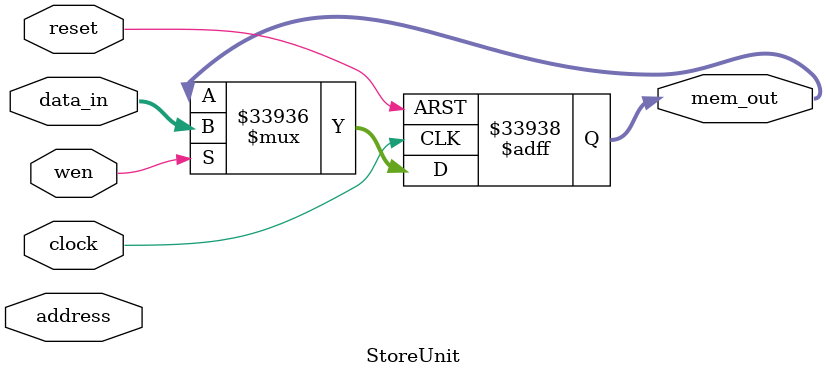
<source format=v>
module StoreUnit (
    input clock,             // Clock Signal
    input reset,             // Reset Signal
    input [31:0] address,    // Memory Address
    input [31:0] data_in,    // Data to be stored
    input wen,               // Write Enable Signal
    output reg [31:0] mem_out // Output Memory Data
);

    // Simple Memory (256 locations of 32-bit width)
    reg [31:0] memory [0:255];

    always @(posedge clock or posedge reset) begin
        if (reset) begin
            // Initialize memory (optional)
            mem_out <= 32'b0;
        end else if (wen) begin
            // Store data at specified address
            memory[address[7:0]] <= data_in;  // Using 8-bit address indexing (256 locations)
            mem_out <= data_in;
        end
    end

endmodule

</source>
